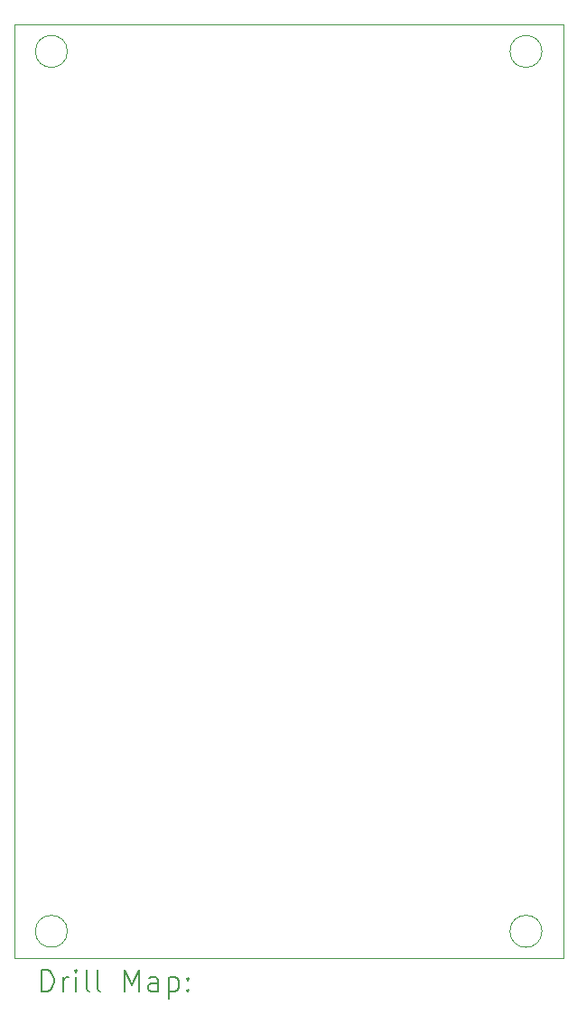
<source format=gbr>
%TF.GenerationSoftware,KiCad,Pcbnew,8.0.1*%
%TF.CreationDate,2024-04-03T09:44:14-05:00*%
%TF.ProjectId,SCSI-Adapter,53435349-2d41-4646-9170-7465722e6b69,rev?*%
%TF.SameCoordinates,Original*%
%TF.FileFunction,Drillmap*%
%TF.FilePolarity,Positive*%
%FSLAX45Y45*%
G04 Gerber Fmt 4.5, Leading zero omitted, Abs format (unit mm)*
G04 Created by KiCad (PCBNEW 8.0.1) date 2024-04-03 09:44:14*
%MOMM*%
%LPD*%
G01*
G04 APERTURE LIST*
%ADD10C,0.050000*%
%ADD11C,0.200000*%
G04 APERTURE END LIST*
D10*
X15350000Y-3750000D02*
X20500000Y-3750000D01*
X20500000Y-12500000D01*
X15350000Y-12500000D01*
X15350000Y-3750000D01*
X15850000Y-4000000D02*
G75*
G02*
X15550000Y-4000000I-150000J0D01*
G01*
X15550000Y-4000000D02*
G75*
G02*
X15850000Y-4000000I150000J0D01*
G01*
X20300000Y-12250000D02*
G75*
G02*
X20000000Y-12250000I-150000J0D01*
G01*
X20000000Y-12250000D02*
G75*
G02*
X20300000Y-12250000I150000J0D01*
G01*
X20300000Y-4000000D02*
G75*
G02*
X20000000Y-4000000I-150000J0D01*
G01*
X20000000Y-4000000D02*
G75*
G02*
X20300000Y-4000000I150000J0D01*
G01*
X15850000Y-12250000D02*
G75*
G02*
X15550000Y-12250000I-150000J0D01*
G01*
X15550000Y-12250000D02*
G75*
G02*
X15850000Y-12250000I150000J0D01*
G01*
D11*
X15608277Y-12813984D02*
X15608277Y-12613984D01*
X15608277Y-12613984D02*
X15655896Y-12613984D01*
X15655896Y-12613984D02*
X15684467Y-12623508D01*
X15684467Y-12623508D02*
X15703515Y-12642555D01*
X15703515Y-12642555D02*
X15713039Y-12661603D01*
X15713039Y-12661603D02*
X15722562Y-12699698D01*
X15722562Y-12699698D02*
X15722562Y-12728269D01*
X15722562Y-12728269D02*
X15713039Y-12766365D01*
X15713039Y-12766365D02*
X15703515Y-12785412D01*
X15703515Y-12785412D02*
X15684467Y-12804460D01*
X15684467Y-12804460D02*
X15655896Y-12813984D01*
X15655896Y-12813984D02*
X15608277Y-12813984D01*
X15808277Y-12813984D02*
X15808277Y-12680650D01*
X15808277Y-12718746D02*
X15817801Y-12699698D01*
X15817801Y-12699698D02*
X15827324Y-12690174D01*
X15827324Y-12690174D02*
X15846372Y-12680650D01*
X15846372Y-12680650D02*
X15865420Y-12680650D01*
X15932086Y-12813984D02*
X15932086Y-12680650D01*
X15932086Y-12613984D02*
X15922562Y-12623508D01*
X15922562Y-12623508D02*
X15932086Y-12633031D01*
X15932086Y-12633031D02*
X15941610Y-12623508D01*
X15941610Y-12623508D02*
X15932086Y-12613984D01*
X15932086Y-12613984D02*
X15932086Y-12633031D01*
X16055896Y-12813984D02*
X16036848Y-12804460D01*
X16036848Y-12804460D02*
X16027324Y-12785412D01*
X16027324Y-12785412D02*
X16027324Y-12613984D01*
X16160658Y-12813984D02*
X16141610Y-12804460D01*
X16141610Y-12804460D02*
X16132086Y-12785412D01*
X16132086Y-12785412D02*
X16132086Y-12613984D01*
X16389229Y-12813984D02*
X16389229Y-12613984D01*
X16389229Y-12613984D02*
X16455896Y-12756841D01*
X16455896Y-12756841D02*
X16522562Y-12613984D01*
X16522562Y-12613984D02*
X16522562Y-12813984D01*
X16703515Y-12813984D02*
X16703515Y-12709222D01*
X16703515Y-12709222D02*
X16693991Y-12690174D01*
X16693991Y-12690174D02*
X16674943Y-12680650D01*
X16674943Y-12680650D02*
X16636848Y-12680650D01*
X16636848Y-12680650D02*
X16617801Y-12690174D01*
X16703515Y-12804460D02*
X16684467Y-12813984D01*
X16684467Y-12813984D02*
X16636848Y-12813984D01*
X16636848Y-12813984D02*
X16617801Y-12804460D01*
X16617801Y-12804460D02*
X16608277Y-12785412D01*
X16608277Y-12785412D02*
X16608277Y-12766365D01*
X16608277Y-12766365D02*
X16617801Y-12747317D01*
X16617801Y-12747317D02*
X16636848Y-12737793D01*
X16636848Y-12737793D02*
X16684467Y-12737793D01*
X16684467Y-12737793D02*
X16703515Y-12728269D01*
X16798753Y-12680650D02*
X16798753Y-12880650D01*
X16798753Y-12690174D02*
X16817801Y-12680650D01*
X16817801Y-12680650D02*
X16855896Y-12680650D01*
X16855896Y-12680650D02*
X16874944Y-12690174D01*
X16874944Y-12690174D02*
X16884467Y-12699698D01*
X16884467Y-12699698D02*
X16893991Y-12718746D01*
X16893991Y-12718746D02*
X16893991Y-12775888D01*
X16893991Y-12775888D02*
X16884467Y-12794936D01*
X16884467Y-12794936D02*
X16874944Y-12804460D01*
X16874944Y-12804460D02*
X16855896Y-12813984D01*
X16855896Y-12813984D02*
X16817801Y-12813984D01*
X16817801Y-12813984D02*
X16798753Y-12804460D01*
X16979705Y-12794936D02*
X16989229Y-12804460D01*
X16989229Y-12804460D02*
X16979705Y-12813984D01*
X16979705Y-12813984D02*
X16970182Y-12804460D01*
X16970182Y-12804460D02*
X16979705Y-12794936D01*
X16979705Y-12794936D02*
X16979705Y-12813984D01*
X16979705Y-12690174D02*
X16989229Y-12699698D01*
X16989229Y-12699698D02*
X16979705Y-12709222D01*
X16979705Y-12709222D02*
X16970182Y-12699698D01*
X16970182Y-12699698D02*
X16979705Y-12690174D01*
X16979705Y-12690174D02*
X16979705Y-12709222D01*
M02*

</source>
